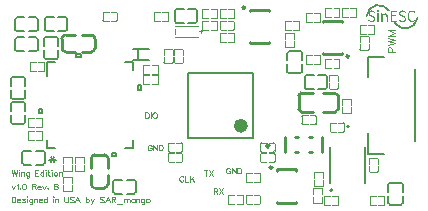
<source format=gto>
G04 Layer: TopSilkLayer*
G04 EasyEDA v6.4.4, 2020-08-18T00:36:11--7:00*
G04 995102e80ca04af79c8c3c359321127d,ec5ec94f42e349aabe65ed7a530a4b72,10*
G04 Gerber Generator version 0.2*
G04 Scale: 100 percent, Rotated: No, Reflected: No *
G04 Dimensions in millimeters *
G04 leading zeros omitted , absolute positions ,3 integer and 3 decimal *
%FSLAX33Y33*%
%MOMM*%
G90*
G71D02*

%ADD10C,0.254000*%
%ADD11C,0.150012*%
%ADD13C,0.100000*%
%ADD53C,0.130000*%
%ADD54C,0.127000*%
%ADD55C,0.152400*%
%ADD56C,0.129032*%
%ADD57C,0.200660*%
%ADD58C,0.199898*%
%ADD59C,0.599440*%
%ADD60C,0.248920*%
%ADD62C,0.124993*%
%ADD63C,0.150114*%

%LPD*%
G54D53*
G01X10649Y13499D02*
G01X11949Y13499D01*
G01X11020Y13470D02*
G01X11020Y12619D01*
G01X10649Y12599D02*
G01X11949Y12599D01*
G54D13*
G01X14149Y14799D02*
G01X14149Y15199D01*
G01X15399Y15449D02*
G01X14999Y15449D01*
G01X15399Y14549D02*
G01X14999Y14549D01*
G01X16349Y14851D02*
G01X16349Y15147D01*
G01X16499Y14999D02*
G01X16204Y14999D01*
G01X14999Y14549D02*
G01X14149Y14549D01*
G01X14999Y15449D02*
G01X14149Y15449D01*
G01X15399Y14549D02*
G01X16149Y14549D01*
G01X15399Y15449D02*
G01X16149Y15449D01*
G01X12400Y16679D02*
G01X12900Y16679D01*
G01X12400Y16679D02*
G01X12400Y15919D01*
G01X12400Y15919D02*
G01X12900Y15919D01*
G01X13100Y15919D02*
G01X13600Y15919D01*
G01X13600Y16679D02*
G01X13600Y15919D01*
G01X13100Y16679D02*
G01X13600Y16679D01*
G01X18501Y15119D02*
G01X18101Y15119D01*
G01X18001Y15199D02*
G01X18001Y15799D01*
G01X18501Y15879D02*
G01X18101Y15879D01*
G01X19101Y15879D02*
G01X18701Y15879D01*
G01X19101Y15119D02*
G01X18701Y15119D01*
G01X19201Y15199D02*
G01X19201Y15799D01*
G01X18081Y15119D02*
G01X18101Y15119D01*
G01X18081Y15879D02*
G01X18101Y15879D01*
G01X19121Y15119D02*
G01X19101Y15119D01*
G01X19121Y15879D02*
G01X19101Y15879D01*
G01X30578Y13900D02*
G01X30578Y13500D01*
G01X30498Y13400D02*
G01X29898Y13400D01*
G01X29818Y13900D02*
G01X29818Y13500D01*
G01X29818Y14500D02*
G01X29818Y14100D01*
G01X30578Y14500D02*
G01X30578Y14100D01*
G01X30498Y14600D02*
G01X29898Y14600D01*
G01X30578Y13480D02*
G01X30578Y13500D01*
G01X29818Y13480D02*
G01X29818Y13500D01*
G01X30578Y14520D02*
G01X30578Y14500D01*
G01X29818Y14520D02*
G01X29818Y14500D01*
G01X20700Y369D02*
G01X20300Y369D01*
G01X20200Y449D02*
G01X20200Y1049D01*
G01X20700Y1129D02*
G01X20300Y1129D01*
G01X21300Y1129D02*
G01X20900Y1129D01*
G01X21300Y369D02*
G01X20900Y369D01*
G01X21400Y449D02*
G01X21400Y1049D01*
G01X20280Y369D02*
G01X20300Y369D01*
G01X20280Y1129D02*
G01X20300Y1129D01*
G01X21320Y369D02*
G01X21300Y369D01*
G01X21320Y1129D02*
G01X21300Y1129D01*
G54D11*
G01X2019Y4900D02*
G01X1399Y4900D01*
G01X2379Y4900D02*
G01X2999Y4900D01*
G01X2379Y3700D02*
G01X2999Y3700D01*
G01X3149Y3900D02*
G01X3149Y4700D01*
G01X2019Y3700D02*
G01X1399Y3700D01*
G01X1249Y3900D02*
G01X1249Y4700D01*
G01X3149Y3850D02*
G01X3149Y3900D01*
G01X3149Y4750D02*
G01X3149Y4700D01*
G01X1249Y3850D02*
G01X1249Y3900D01*
G01X1249Y4750D02*
G01X1249Y4700D01*
G01X1420Y14500D02*
G01X799Y14500D01*
G01X1780Y14500D02*
G01X2399Y14500D01*
G01X1780Y13300D02*
G01X2399Y13300D01*
G01X2550Y13500D02*
G01X2550Y14299D01*
G01X1420Y13300D02*
G01X799Y13300D01*
G01X650Y13500D02*
G01X650Y14299D01*
G01X2550Y13450D02*
G01X2550Y13500D01*
G01X2550Y14349D02*
G01X2550Y14299D01*
G01X650Y13449D02*
G01X650Y13500D01*
G01X650Y14350D02*
G01X650Y14299D01*
G01X14920Y16900D02*
G01X14300Y16900D01*
G01X15280Y16900D02*
G01X15900Y16900D01*
G01X15280Y15700D02*
G01X15900Y15700D01*
G01X16050Y15900D02*
G01X16050Y16700D01*
G01X14920Y15700D02*
G01X14300Y15700D01*
G01X14150Y15900D02*
G01X14150Y16700D01*
G01X16050Y15850D02*
G01X16050Y15900D01*
G01X16050Y16750D02*
G01X16050Y16700D01*
G01X14150Y15850D02*
G01X14150Y15900D01*
G01X14150Y16750D02*
G01X14150Y16700D01*
G01X1498Y8280D02*
G01X1498Y8900D01*
G01X1498Y7919D02*
G01X1498Y7300D01*
G01X298Y7919D02*
G01X298Y7300D01*
G01X498Y7149D02*
G01X1298Y7149D01*
G01X298Y8280D02*
G01X298Y8900D01*
G01X498Y9050D02*
G01X1298Y9050D01*
G01X448Y7149D02*
G01X498Y7149D01*
G01X1348Y7149D02*
G01X1298Y7149D01*
G01X448Y9050D02*
G01X498Y9050D01*
G01X1348Y9050D02*
G01X1298Y9050D01*
G01X298Y10020D02*
G01X298Y9400D01*
G01X298Y10380D02*
G01X298Y11000D01*
G01X1498Y10380D02*
G01X1498Y11000D01*
G01X1298Y11150D02*
G01X498Y11150D01*
G01X1498Y10020D02*
G01X1498Y9400D01*
G01X1298Y9250D02*
G01X498Y9250D01*
G01X1348Y11150D02*
G01X1298Y11150D01*
G01X448Y11150D02*
G01X498Y11150D01*
G01X1348Y9250D02*
G01X1298Y9250D01*
G01X448Y9250D02*
G01X498Y9250D01*
G54D13*
G01X8750Y16629D02*
G01X9149Y16629D01*
G01X9250Y16549D02*
G01X9250Y15949D01*
G01X8750Y15869D02*
G01X9149Y15869D01*
G01X8149Y15869D02*
G01X8550Y15869D01*
G01X8149Y16629D02*
G01X8550Y16629D01*
G01X8049Y16549D02*
G01X8049Y15949D01*
G01X9170Y16629D02*
G01X9149Y16629D01*
G01X9170Y15869D02*
G01X9149Y15869D01*
G01X8129Y16629D02*
G01X8149Y16629D01*
G01X8129Y15869D02*
G01X8149Y15869D01*
G54D11*
G01X24900Y12579D02*
G01X24900Y13199D01*
G01X24900Y12219D02*
G01X24900Y11599D01*
G01X23699Y12219D02*
G01X23699Y11599D01*
G01X23899Y11449D02*
G01X24699Y11449D01*
G01X23699Y12579D02*
G01X23699Y13199D01*
G01X23899Y13349D02*
G01X24699Y13349D01*
G01X23850Y11449D02*
G01X23899Y11449D01*
G01X24749Y11449D02*
G01X24699Y11449D01*
G01X23849Y13349D02*
G01X23899Y13349D01*
G01X24750Y13349D02*
G01X24699Y13349D01*
G01X33450Y1429D02*
G01X33450Y2049D01*
G01X33450Y1069D02*
G01X33450Y449D01*
G01X32249Y1069D02*
G01X32249Y449D01*
G01X32449Y299D02*
G01X33249Y299D01*
G01X32249Y1429D02*
G01X32249Y2049D01*
G01X32449Y2199D02*
G01X33249Y2199D01*
G01X32400Y299D02*
G01X32449Y299D01*
G01X33299Y299D02*
G01X33249Y299D01*
G01X32399Y2199D02*
G01X32449Y2199D01*
G01X33300Y2199D02*
G01X33249Y2199D01*
G54D10*
G01X23449Y6099D02*
G01X23449Y4799D01*
G01X26649Y4799D02*
G01X26649Y6099D01*
G01X25767Y4799D02*
G01X25531Y4799D01*
G01X24568Y4799D02*
G01X24332Y4799D01*
G01X25767Y6099D02*
G01X25531Y6099D01*
G01X24568Y6099D02*
G01X24332Y6099D01*
G01X24412Y579D02*
G01X24412Y477D01*
G01X22787Y477D01*
G01X22787Y579D01*
G01X22787Y3220D02*
G01X22787Y3322D01*
G01X24412Y3322D01*
G01X24412Y3220D01*
G01X22112Y14079D02*
G01X22112Y13977D01*
G01X20487Y13977D01*
G01X20487Y14079D01*
G01X20487Y16720D02*
G01X20487Y16822D01*
G01X22112Y16822D01*
G01X22112Y16720D01*
G54D54*
G01X31894Y4625D02*
G01X30475Y4625D01*
G01X30475Y6390D01*
G01X31904Y12874D02*
G01X30475Y12874D01*
G01X30475Y11109D01*
G01X34524Y5710D02*
G01X34524Y11800D01*
G54D13*
G01X18000Y16880D02*
G01X18500Y16880D01*
G01X18000Y16880D02*
G01X18000Y16120D01*
G01X18000Y16120D02*
G01X18500Y16120D01*
G01X18700Y16120D02*
G01X19200Y16120D01*
G01X19200Y16880D02*
G01X19200Y16120D01*
G01X18700Y16880D02*
G01X19200Y16880D01*
G01X6480Y4399D02*
G01X6480Y3899D01*
G01X6480Y4399D02*
G01X5720Y4399D01*
G01X5720Y4399D02*
G01X5720Y3899D01*
G01X5720Y3699D02*
G01X5720Y3199D01*
G01X6480Y3199D02*
G01X5720Y3199D01*
G01X6480Y3699D02*
G01X6480Y3199D01*
G01X5480Y2699D02*
G01X5480Y2199D01*
G01X5480Y2699D02*
G01X4720Y2699D01*
G01X4720Y2699D02*
G01X4720Y2199D01*
G01X4720Y1999D02*
G01X4720Y1499D01*
G01X5480Y1499D02*
G01X4720Y1499D01*
G01X5480Y1999D02*
G01X5480Y1499D01*
G01X2899Y5820D02*
G01X2399Y5820D01*
G01X2899Y5820D02*
G01X2899Y6580D01*
G01X2899Y6580D02*
G01X2399Y6580D01*
G01X2199Y6580D02*
G01X1699Y6580D01*
G01X1699Y5820D02*
G01X1699Y6580D01*
G01X2199Y5820D02*
G01X1699Y5820D01*
G01X29080Y9300D02*
G01X29080Y8800D01*
G01X29080Y9300D02*
G01X28320Y9300D01*
G01X28320Y9300D02*
G01X28320Y8800D01*
G01X28320Y8600D02*
G01X28320Y8100D01*
G01X29080Y8100D02*
G01X28320Y8100D01*
G01X29080Y8600D02*
G01X29080Y8100D01*
G01X26729Y3099D02*
G01X26729Y2599D01*
G01X26729Y3099D02*
G01X25969Y3099D01*
G01X25969Y3099D02*
G01X25969Y2599D01*
G01X25969Y2399D02*
G01X25969Y1899D01*
G01X26729Y1899D02*
G01X25969Y1899D01*
G01X26729Y2399D02*
G01X26729Y1899D01*
G01X20199Y3029D02*
G01X20699Y3029D01*
G01X20199Y3029D02*
G01X20199Y2269D01*
G01X20199Y2269D02*
G01X20699Y2269D01*
G01X20899Y2269D02*
G01X21399Y2269D01*
G01X21399Y3029D02*
G01X21399Y2269D01*
G01X20899Y3029D02*
G01X21399Y3029D01*
G01X27999Y269D02*
G01X27499Y269D01*
G01X27999Y269D02*
G01X27999Y1029D01*
G01X27999Y1029D02*
G01X27499Y1029D01*
G01X27299Y1029D02*
G01X26799Y1029D01*
G01X26799Y269D02*
G01X26799Y1029D01*
G01X27299Y269D02*
G01X26799Y269D01*
G01X26629Y1699D02*
G01X26629Y1199D01*
G01X26629Y1699D02*
G01X25869Y1699D01*
G01X25869Y1699D02*
G01X25869Y1199D01*
G01X25869Y999D02*
G01X25869Y499D01*
G01X26629Y499D02*
G01X25869Y499D01*
G01X26629Y999D02*
G01X26629Y499D01*
G01X19899Y369D02*
G01X19399Y369D01*
G01X19899Y369D02*
G01X19899Y1129D01*
G01X19899Y1129D02*
G01X19399Y1129D01*
G01X19199Y1129D02*
G01X18699Y1129D01*
G01X18699Y369D02*
G01X18699Y1129D01*
G01X19199Y369D02*
G01X18699Y369D01*
G01X3099Y11619D02*
G01X2599Y11619D01*
G01X3099Y11619D02*
G01X3099Y12380D01*
G01X3099Y12380D02*
G01X2599Y12380D01*
G01X2399Y12380D02*
G01X1899Y12380D01*
G01X1899Y11619D02*
G01X1899Y12380D01*
G01X2399Y11619D02*
G01X1899Y11619D01*
G01X29499Y16219D02*
G01X28999Y16219D01*
G01X29499Y16219D02*
G01X29499Y16979D01*
G01X29499Y16979D02*
G01X28999Y16979D01*
G01X28799Y16979D02*
G01X28299Y16979D01*
G01X28299Y16219D02*
G01X28299Y16979D01*
G01X28799Y16219D02*
G01X28299Y16219D01*
G01X26899Y12629D02*
G01X27399Y12629D01*
G01X26899Y12629D02*
G01X26899Y11869D01*
G01X26899Y11869D02*
G01X27399Y11869D01*
G01X27599Y11869D02*
G01X28099Y11869D01*
G01X28099Y12629D02*
G01X28099Y11869D01*
G01X27599Y12629D02*
G01X28099Y12629D01*
G01X26899Y16979D02*
G01X27399Y16979D01*
G01X26899Y16979D02*
G01X26899Y16219D01*
G01X26899Y16219D02*
G01X27399Y16219D01*
G01X27599Y16219D02*
G01X28099Y16219D01*
G01X28099Y16979D02*
G01X28099Y16219D01*
G01X27599Y16979D02*
G01X28099Y16979D01*
G01X26449Y15819D02*
G01X25949Y15819D01*
G01X26449Y15819D02*
G01X26449Y16579D01*
G01X26449Y16579D02*
G01X25949Y16579D01*
G01X25749Y16579D02*
G01X25249Y16579D01*
G01X25249Y15819D02*
G01X25249Y16579D01*
G01X25749Y15819D02*
G01X25249Y15819D01*
G01X29849Y15579D02*
G01X30349Y15579D01*
G01X29849Y15579D02*
G01X29849Y14819D01*
G01X29849Y14819D02*
G01X30349Y14819D01*
G01X30549Y14819D02*
G01X31049Y14819D01*
G01X31049Y15579D02*
G01X31049Y14819D01*
G01X30549Y15579D02*
G01X31049Y15579D01*
G01X12699Y11419D02*
G01X12199Y11419D01*
G01X12699Y11419D02*
G01X12699Y12179D01*
G01X12699Y12179D02*
G01X12199Y12179D01*
G01X11999Y12179D02*
G01X11499Y12179D01*
G01X11499Y11419D02*
G01X11499Y12179D01*
G01X11999Y11419D02*
G01X11499Y11419D01*
G01X11499Y11279D02*
G01X11999Y11279D01*
G01X11499Y11279D02*
G01X11499Y10519D01*
G01X11499Y10519D02*
G01X11999Y10519D01*
G01X12199Y10519D02*
G01X12699Y10519D01*
G01X12699Y11279D02*
G01X12699Y10519D01*
G01X12199Y11279D02*
G01X12699Y11279D01*
G01X25249Y13029D02*
G01X25749Y13029D01*
G01X25249Y13029D02*
G01X25249Y12269D01*
G01X25249Y12269D02*
G01X25749Y12269D01*
G01X25949Y12269D02*
G01X26449Y12269D01*
G01X26449Y13029D02*
G01X26449Y12269D01*
G01X25949Y13029D02*
G01X26449Y13029D01*
G01X5480Y4399D02*
G01X5480Y3899D01*
G01X5480Y4399D02*
G01X4720Y4399D01*
G01X4720Y4399D02*
G01X4720Y3899D01*
G01X4720Y3699D02*
G01X4720Y3199D01*
G01X5480Y3199D02*
G01X4720Y3199D01*
G01X5480Y3699D02*
G01X5480Y3199D01*
G01X30699Y1029D02*
G01X31199Y1029D01*
G01X30699Y1029D02*
G01X30699Y269D01*
G01X30699Y269D02*
G01X31199Y269D01*
G01X31399Y269D02*
G01X31899Y269D01*
G01X31899Y1029D02*
G01X31899Y269D01*
G01X31399Y1029D02*
G01X31899Y1029D01*
G01X17700Y16120D02*
G01X17200Y16120D01*
G01X17700Y16120D02*
G01X17700Y16880D01*
G01X17700Y16880D02*
G01X17200Y16880D01*
G01X17000Y16880D02*
G01X16500Y16880D01*
G01X16500Y16120D02*
G01X16500Y16880D01*
G01X17000Y16120D02*
G01X16500Y16120D01*
G01X2899Y6920D02*
G01X2399Y6920D01*
G01X2899Y6920D02*
G01X2899Y7680D01*
G01X2899Y7680D02*
G01X2399Y7680D01*
G01X2199Y7680D02*
G01X1699Y7680D01*
G01X1699Y6920D02*
G01X1699Y7680D01*
G01X2199Y6920D02*
G01X1699Y6920D01*
G01X24700Y15119D02*
G01X24200Y15119D01*
G01X24700Y15119D02*
G01X24700Y15880D01*
G01X24700Y15880D02*
G01X24200Y15880D01*
G01X24000Y15880D02*
G01X23500Y15880D01*
G01X23500Y15119D02*
G01X23500Y15880D01*
G01X24000Y15119D02*
G01X23500Y15119D01*
G01X18000Y14880D02*
G01X18500Y14880D01*
G01X18000Y14880D02*
G01X18000Y14119D01*
G01X18000Y14119D02*
G01X18500Y14119D01*
G01X18700Y14119D02*
G01X19200Y14119D01*
G01X19200Y14880D02*
G01X19200Y14119D01*
G01X18700Y14880D02*
G01X19200Y14880D01*
G01X24279Y14849D02*
G01X24279Y14349D01*
G01X24279Y14849D02*
G01X23519Y14849D01*
G01X23519Y14849D02*
G01X23519Y14349D01*
G01X23519Y14149D02*
G01X23519Y13649D01*
G01X24279Y13649D02*
G01X23519Y13649D01*
G01X24279Y14149D02*
G01X24279Y13649D01*
G01X16500Y15880D02*
G01X17000Y15880D01*
G01X16500Y15880D02*
G01X16500Y15120D01*
G01X16500Y15120D02*
G01X17000Y15120D01*
G01X17200Y15120D02*
G01X17700Y15120D01*
G01X17700Y15880D02*
G01X17700Y15120D01*
G01X17200Y15880D02*
G01X17700Y15880D01*
G01X28000Y7280D02*
G01X28400Y7280D01*
G01X28500Y7200D02*
G01X28500Y6600D01*
G01X28000Y6520D02*
G01X28400Y6520D01*
G01X27400Y6520D02*
G01X27800Y6520D01*
G01X27400Y7280D02*
G01X27800Y7280D01*
G01X27299Y7200D02*
G01X27299Y6600D01*
G01X28420Y7280D02*
G01X28400Y7280D01*
G01X28420Y6520D02*
G01X28400Y6520D01*
G01X27379Y7280D02*
G01X27400Y7280D01*
G01X27380Y6520D02*
G01X27400Y6520D01*
G01X13980Y12799D02*
G01X13980Y12400D01*
G01X13900Y12299D02*
G01X13299Y12299D01*
G01X13219Y12799D02*
G01X13219Y12400D01*
G01X13219Y13399D02*
G01X13219Y12999D01*
G01X13980Y13399D02*
G01X13980Y12999D01*
G01X13900Y13500D02*
G01X13299Y13500D01*
G01X13980Y12379D02*
G01X13980Y12400D01*
G01X13219Y12379D02*
G01X13219Y12400D01*
G01X13980Y13420D02*
G01X13980Y13399D01*
G01X13219Y13420D02*
G01X13219Y13399D01*
G01X14880Y12799D02*
G01X14880Y12400D01*
G01X14800Y12299D02*
G01X14199Y12299D01*
G01X14119Y12799D02*
G01X14119Y12400D01*
G01X14119Y13399D02*
G01X14119Y12999D01*
G01X14880Y13399D02*
G01X14880Y12999D01*
G01X14800Y13500D02*
G01X14199Y13500D01*
G01X14880Y12379D02*
G01X14880Y12400D01*
G01X14119Y12379D02*
G01X14119Y12400D01*
G01X14880Y13420D02*
G01X14880Y13399D01*
G01X14119Y13420D02*
G01X14119Y13399D01*
G01X22100Y4680D02*
G01X22500Y4680D01*
G01X22600Y4600D02*
G01X22600Y3999D01*
G01X22100Y3919D02*
G01X22500Y3919D01*
G01X21500Y3919D02*
G01X21900Y3919D01*
G01X21500Y4680D02*
G01X21900Y4680D01*
G01X21399Y4600D02*
G01X21399Y3999D01*
G01X22520Y4680D02*
G01X22500Y4680D01*
G01X22520Y3919D02*
G01X22500Y3919D01*
G01X21479Y4680D02*
G01X21500Y4680D01*
G01X21479Y3919D02*
G01X21500Y3919D01*
G01X21899Y4820D02*
G01X21500Y4820D01*
G01X21399Y4899D02*
G01X21399Y5500D01*
G01X21899Y5580D02*
G01X21500Y5580D01*
G01X22500Y5580D02*
G01X22099Y5580D01*
G01X22500Y4820D02*
G01X22099Y4820D01*
G01X22600Y4899D02*
G01X22600Y5500D01*
G01X21479Y4820D02*
G01X21500Y4820D01*
G01X21479Y5580D02*
G01X21500Y5580D01*
G01X22520Y4820D02*
G01X22500Y4820D01*
G01X22520Y5580D02*
G01X22500Y5580D01*
G01X14300Y4680D02*
G01X14699Y4680D01*
G01X14800Y4600D02*
G01X14800Y3999D01*
G01X14300Y3919D02*
G01X14699Y3919D01*
G01X13699Y3919D02*
G01X14100Y3919D01*
G01X13699Y4680D02*
G01X14100Y4680D01*
G01X13599Y4600D02*
G01X13599Y3999D01*
G01X14720Y4680D02*
G01X14699Y4680D01*
G01X14720Y3919D02*
G01X14699Y3919D01*
G01X13679Y4680D02*
G01X13699Y4680D01*
G01X13679Y3919D02*
G01X13699Y3919D01*
G54D10*
G01X6288Y14697D02*
G01X7088Y14697D01*
G01X7398Y13588D02*
G01X7398Y14388D01*
G01X6288Y13278D02*
G01X7088Y13278D01*
G01X5712Y14703D02*
G01X4912Y14703D01*
G01X5712Y13284D02*
G01X4912Y13284D01*
G01X4603Y13594D02*
G01X4603Y14394D01*
G54D11*
G01X4300Y13779D02*
G01X4300Y14399D01*
G01X4300Y13419D02*
G01X4300Y12799D01*
G01X3100Y13419D02*
G01X3100Y12799D01*
G01X3300Y12649D02*
G01X4099Y12649D01*
G01X3100Y13779D02*
G01X3100Y14399D01*
G01X3300Y14549D02*
G01X4099Y14549D01*
G01X3250Y12649D02*
G01X3300Y12649D01*
G01X4149Y12649D02*
G01X4099Y12649D01*
G01X3249Y14549D02*
G01X3300Y14549D01*
G01X4150Y14549D02*
G01X4099Y14549D01*
G01X3920Y16200D02*
G01X3299Y16200D01*
G01X4280Y16200D02*
G01X4899Y16200D01*
G01X4280Y15000D02*
G01X4899Y15000D01*
G01X5050Y15200D02*
G01X5050Y16000D01*
G01X3920Y15000D02*
G01X3299Y15000D01*
G01X3150Y15200D02*
G01X3150Y16000D01*
G01X5050Y15150D02*
G01X5050Y15200D01*
G01X5050Y16050D02*
G01X5050Y16000D01*
G01X3150Y15150D02*
G01X3150Y15200D01*
G01X3150Y16050D02*
G01X3150Y16000D01*
G54D13*
G01X14300Y5580D02*
G01X14699Y5580D01*
G01X14800Y5500D02*
G01X14800Y4900D01*
G01X14300Y4820D02*
G01X14699Y4820D01*
G01X13699Y4820D02*
G01X14100Y4820D01*
G01X13699Y5580D02*
G01X14100Y5580D01*
G01X13599Y5500D02*
G01X13599Y4900D01*
G01X14720Y5580D02*
G01X14699Y5580D01*
G01X14720Y4820D02*
G01X14699Y4820D01*
G01X13679Y5580D02*
G01X13699Y5580D01*
G01X13679Y4820D02*
G01X13699Y4820D01*
G54D10*
G01X24649Y8399D02*
G01X24649Y9599D01*
G01X26699Y8199D02*
G01X27699Y8199D01*
G01X26699Y9800D02*
G01X27699Y9800D01*
G01X25899Y8199D02*
G01X24899Y8199D01*
G01X25899Y9800D02*
G01X24899Y9800D01*
G01X27949Y8399D02*
G01X27949Y9599D01*
G01X27749Y8199D02*
G01X27699Y8199D01*
G01X27749Y9800D02*
G01X27699Y9800D01*
G01X24849Y8199D02*
G01X24899Y8199D01*
G01X24849Y9800D02*
G01X24899Y9800D01*
G54D13*
G01X27220Y10800D02*
G01X27220Y11200D01*
G01X27299Y11300D02*
G01X27900Y11300D01*
G01X27980Y10800D02*
G01X27980Y11200D01*
G01X27980Y10200D02*
G01X27980Y10600D01*
G01X27220Y10200D02*
G01X27220Y10600D01*
G01X27299Y10099D02*
G01X27900Y10099D01*
G01X27220Y11220D02*
G01X27220Y11200D01*
G01X27980Y11220D02*
G01X27980Y11200D01*
G01X27220Y10179D02*
G01X27220Y10200D01*
G01X27980Y10179D02*
G01X27980Y10200D01*
G54D11*
G01X25920Y11300D02*
G01X25300Y11300D01*
G01X26280Y11300D02*
G01X26900Y11300D01*
G01X26280Y10100D02*
G01X26900Y10100D01*
G01X27050Y10300D02*
G01X27050Y11100D01*
G01X25920Y10100D02*
G01X25300Y10100D01*
G01X25150Y10300D02*
G01X25150Y11100D01*
G01X27050Y10250D02*
G01X27050Y10300D01*
G01X27050Y11149D02*
G01X27050Y11100D01*
G01X25150Y10249D02*
G01X25150Y10300D01*
G01X25150Y11150D02*
G01X25150Y11100D01*
G54D13*
G01X25399Y7120D02*
G01X25000Y7120D01*
G01X24899Y7199D02*
G01X24899Y7800D01*
G01X25399Y7880D02*
G01X25000Y7880D01*
G01X25999Y7880D02*
G01X25599Y7880D01*
G01X25999Y7120D02*
G01X25599Y7120D01*
G01X26100Y7199D02*
G01X26100Y7800D01*
G01X24979Y7120D02*
G01X25000Y7120D01*
G01X24979Y7880D02*
G01X25000Y7880D01*
G01X26020Y7120D02*
G01X25999Y7120D01*
G01X26020Y7880D02*
G01X25999Y7880D01*
G01X30620Y3800D02*
G01X30620Y4199D01*
G01X30699Y4300D02*
G01X31300Y4300D01*
G01X31380Y3800D02*
G01X31380Y4199D01*
G01X31380Y3199D02*
G01X31380Y3600D01*
G01X30620Y3199D02*
G01X30620Y3600D01*
G01X30699Y3099D02*
G01X31300Y3099D01*
G01X30620Y4220D02*
G01X30620Y4199D01*
G01X31380Y4220D02*
G01X31380Y4199D01*
G01X30620Y3179D02*
G01X30620Y3199D01*
G01X31380Y3179D02*
G01X31380Y3199D01*
G54D11*
G01X9720Y2450D02*
G01X9099Y2450D01*
G01X10080Y2450D02*
G01X10699Y2450D01*
G01X10080Y1250D02*
G01X10699Y1250D01*
G01X10850Y1450D02*
G01X10850Y2249D01*
G01X9720Y1250D02*
G01X9099Y1250D01*
G01X8950Y1450D02*
G01X8950Y2249D01*
G01X10850Y1400D02*
G01X10850Y1450D01*
G01X10850Y2299D02*
G01X10850Y2249D01*
G01X8950Y1399D02*
G01X8950Y1450D01*
G01X8950Y2300D02*
G01X8950Y2249D01*
G54D10*
G01X8497Y2861D02*
G01X8497Y2061D01*
G01X7388Y1751D02*
G01X8188Y1751D01*
G01X7078Y2861D02*
G01X7078Y2061D01*
G01X8503Y3437D02*
G01X8503Y4237D01*
G01X7084Y3437D02*
G01X7084Y4237D01*
G01X7393Y4546D02*
G01X8194Y4546D01*
G54D11*
G01X1779Y14999D02*
G01X2399Y14999D01*
G01X1419Y14999D02*
G01X799Y14999D01*
G01X1419Y16199D02*
G01X799Y16199D01*
G01X649Y15999D02*
G01X649Y15200D01*
G01X1779Y16199D02*
G01X2399Y16199D01*
G01X2549Y15999D02*
G01X2549Y15200D01*
G01X649Y16049D02*
G01X649Y15999D01*
G01X649Y15150D02*
G01X649Y15200D01*
G01X2549Y16050D02*
G01X2549Y15999D01*
G01X2549Y15149D02*
G01X2549Y15200D01*
G54D55*
G01X9959Y5117D02*
G01X10632Y5117D01*
G01X10632Y5790D01*
G01X10632Y11709D02*
G01X10632Y12382D01*
G01X9959Y12382D01*
G01X4040Y12382D02*
G01X3367Y12382D01*
G01X3367Y11209D01*
G01X3367Y5790D02*
G01X3367Y5117D01*
G01X4040Y5117D01*
G01X8809Y4436D02*
G01X9190Y4436D01*
G01X9190Y4690D01*
G01X8809Y4690D01*
G01X8809Y4436D01*
G01X11059Y10059D02*
G01X11313Y10059D01*
G01X11313Y10440D01*
G01X11059Y10440D01*
G01X11059Y10059D01*
G01X5809Y13063D02*
G01X6190Y13063D01*
G01X6190Y12809D01*
G01X5809Y12809D01*
G01X5809Y13063D01*
G01X2940Y8059D02*
G01X2686Y8059D01*
G01X2686Y8440D01*
G01X2940Y8440D01*
G01X2940Y8059D01*
G54D56*
G01X27300Y2199D02*
G01X27300Y5199D01*
G01X30300Y5199D02*
G01X30300Y2199D01*
G54D57*
G01X15249Y5999D02*
G01X15249Y11500D01*
G01X20750Y11500D01*
G01X20750Y5999D01*
G01X20750Y5999D02*
G01X15249Y5999D01*
G54D10*
G01X26687Y15820D02*
G01X26687Y15922D01*
G01X28312Y15922D01*
G01X28312Y15820D01*
G01X28312Y13179D02*
G01X28312Y13077D01*
G01X26687Y13077D01*
G01X26687Y13179D01*

%LPD*%
G36*
G01X31392Y16800D02*
G01X31364Y16805D01*
G01X31335Y16800D01*
G01X31312Y16786D01*
G01X31298Y16764D01*
G01X31293Y16736D01*
G01X31298Y16706D01*
G01X31312Y16682D01*
G01X31335Y16667D01*
G01X31364Y16662D01*
G01X31392Y16667D01*
G01X31415Y16682D01*
G01X31430Y16706D01*
G01X31435Y16736D01*
G01X31430Y16764D01*
G01X31415Y16786D01*
G01X31392Y16800D01*
G37*

%LPD*%
G36*
G01X32962Y16759D02*
G01X32431Y16759D01*
G01X32431Y15829D01*
G01X32974Y15829D01*
G01X32974Y15918D01*
G01X32537Y15918D01*
G01X32537Y16276D01*
G01X32893Y16276D01*
G01X32893Y16365D01*
G01X32537Y16365D01*
G01X32537Y16670D01*
G01X32962Y16670D01*
G01X32962Y16759D01*
G37*

%LPD*%
G36*
G01X32033Y16529D02*
G01X31984Y16533D01*
G01X31916Y16524D01*
G01X31857Y16498D01*
G01X31802Y16460D01*
G01X31750Y16413D01*
G01X31747Y16413D01*
G01X31737Y16515D01*
G01X31653Y16515D01*
G01X31653Y15829D01*
G01X31758Y15829D01*
G01X31758Y16330D01*
G01X31808Y16378D01*
G01X31854Y16413D01*
G01X31901Y16434D01*
G01X31951Y16441D01*
G01X32013Y16430D01*
G01X32056Y16396D01*
G01X32080Y16337D01*
G01X32088Y16251D01*
G01X32088Y15829D01*
G01X32192Y15829D01*
G01X32192Y16266D01*
G01X32189Y16328D01*
G01X32180Y16382D01*
G01X32164Y16428D01*
G01X32141Y16465D01*
G01X32112Y16495D01*
G01X32076Y16516D01*
G01X32033Y16529D01*
G37*

%LPD*%
G36*
G01X31415Y16515D02*
G01X31313Y16515D01*
G01X31313Y15829D01*
G01X31415Y15829D01*
G01X31415Y16515D01*
G37*

%LPD*%
G36*
G01X34358Y16765D02*
G01X34277Y16774D01*
G01X34220Y16771D01*
G01X34166Y16759D01*
G01X34115Y16742D01*
G01X34068Y16717D01*
G01X34025Y16685D01*
G01X33987Y16647D01*
G01X33953Y16602D01*
G01X33924Y16552D01*
G01X33902Y16496D01*
G01X33885Y16434D01*
G01X33874Y16367D01*
G01X33871Y16294D01*
G01X33874Y16221D01*
G01X33885Y16153D01*
G01X33901Y16091D01*
G01X33924Y16035D01*
G01X33952Y15984D01*
G01X33985Y15940D01*
G01X34023Y15901D01*
G01X34065Y15869D01*
G01X34111Y15845D01*
G01X34161Y15826D01*
G01X34214Y15816D01*
G01X34270Y15812D01*
G01X34356Y15821D01*
G01X34430Y15847D01*
G01X34495Y15889D01*
G01X34552Y15946D01*
G01X34496Y16012D01*
G01X34448Y15967D01*
G01X34396Y15933D01*
G01X34338Y15913D01*
G01X34275Y15905D01*
G01X34210Y15913D01*
G01X34151Y15933D01*
G01X34101Y15966D01*
G01X34058Y16011D01*
G01X34023Y16067D01*
G01X33998Y16134D01*
G01X33983Y16211D01*
G01X33978Y16297D01*
G01X33983Y16382D01*
G01X33999Y16458D01*
G01X34025Y16524D01*
G01X34060Y16580D01*
G01X34104Y16624D01*
G01X34154Y16656D01*
G01X34213Y16676D01*
G01X34277Y16683D01*
G01X34337Y16677D01*
G01X34389Y16658D01*
G01X34434Y16630D01*
G01X34473Y16594D01*
G01X34531Y16662D01*
G01X34486Y16705D01*
G01X34427Y16741D01*
G01X34358Y16765D01*
G37*

%LPD*%
G36*
G01X33517Y16766D02*
G01X33437Y16774D01*
G01X33377Y16770D01*
G01X33322Y16756D01*
G01X33274Y16735D01*
G01X33231Y16706D01*
G01X33197Y16671D01*
G01X33171Y16630D01*
G01X33155Y16584D01*
G01X33150Y16533D01*
G01X33167Y16444D01*
G01X33212Y16379D01*
G01X33272Y16331D01*
G01X33338Y16297D01*
G01X33472Y16238D01*
G01X33536Y16208D01*
G01X33586Y16174D01*
G01X33620Y16129D01*
G01X33632Y16066D01*
G01X33618Y16000D01*
G01X33578Y15950D01*
G01X33514Y15917D01*
G01X33429Y15905D01*
G01X33356Y15914D01*
G01X33287Y15937D01*
G01X33223Y15974D01*
G01X33167Y16022D01*
G01X33104Y15951D01*
G01X33170Y15893D01*
G01X33246Y15849D01*
G01X33332Y15821D01*
G01X33426Y15812D01*
G01X33495Y15817D01*
G01X33557Y15832D01*
G01X33610Y15856D01*
G01X33655Y15888D01*
G01X33691Y15927D01*
G01X33717Y15972D01*
G01X33733Y16020D01*
G01X33739Y16073D01*
G01X33724Y16165D01*
G01X33682Y16233D01*
G01X33621Y16284D01*
G01X33546Y16322D01*
G01X33411Y16378D01*
G01X33357Y16403D01*
G01X33307Y16436D01*
G01X33270Y16480D01*
G01X33256Y16540D01*
G01X33269Y16599D01*
G01X33307Y16644D01*
G01X33363Y16673D01*
G01X33437Y16683D01*
G01X33500Y16677D01*
G01X33556Y16658D01*
G01X33607Y16630D01*
G01X33652Y16594D01*
G01X33706Y16662D01*
G01X33653Y16708D01*
G01X33589Y16743D01*
G01X33517Y16766D01*
G37*

%LPD*%
G36*
G01X30913Y16766D02*
G01X30833Y16774D01*
G01X30774Y16770D01*
G01X30719Y16756D01*
G01X30670Y16735D01*
G01X30628Y16706D01*
G01X30593Y16671D01*
G01X30568Y16630D01*
G01X30552Y16584D01*
G01X30546Y16533D01*
G01X30563Y16444D01*
G01X30608Y16379D01*
G01X30668Y16331D01*
G01X30734Y16297D01*
G01X30869Y16238D01*
G01X30932Y16208D01*
G01X30983Y16174D01*
G01X31016Y16129D01*
G01X31029Y16066D01*
G01X31015Y16000D01*
G01X30975Y15950D01*
G01X30911Y15917D01*
G01X30825Y15905D01*
G01X30753Y15914D01*
G01X30683Y15937D01*
G01X30620Y15974D01*
G01X30564Y16022D01*
G01X30500Y15951D01*
G01X30566Y15893D01*
G01X30643Y15849D01*
G01X30728Y15821D01*
G01X30823Y15812D01*
G01X30892Y15817D01*
G01X30953Y15832D01*
G01X31007Y15856D01*
G01X31052Y15888D01*
G01X31088Y15927D01*
G01X31114Y15972D01*
G01X31130Y16020D01*
G01X31135Y16073D01*
G01X31120Y16165D01*
G01X31079Y16233D01*
G01X31017Y16284D01*
G01X30942Y16322D01*
G01X30808Y16378D01*
G01X30754Y16403D01*
G01X30704Y16436D01*
G01X30667Y16480D01*
G01X30653Y16540D01*
G01X30666Y16599D01*
G01X30703Y16644D01*
G01X30760Y16673D01*
G01X30833Y16683D01*
G01X30896Y16677D01*
G01X30952Y16658D01*
G01X31003Y16630D01*
G01X31049Y16594D01*
G01X31102Y16662D01*
G01X31049Y16708D01*
G01X30986Y16743D01*
G01X30913Y16766D01*
G37*

%LPD*%
G54D13*
G01X350Y3255D02*
G01X464Y2778D01*
G01X576Y3255D02*
G01X464Y2778D01*
G01X576Y3255D02*
G01X690Y2778D01*
G01X805Y3255D02*
G01X690Y2778D01*
G01X954Y3255D02*
G01X977Y3232D01*
G01X1000Y3255D01*
G01X977Y3278D01*
G01X954Y3255D01*
G01X977Y3095D02*
G01X977Y2778D01*
G01X1150Y3095D02*
G01X1150Y2778D01*
G01X1150Y3004D02*
G01X1219Y3072D01*
G01X1264Y3095D01*
G01X1330Y3095D01*
G01X1376Y3072D01*
G01X1399Y3004D01*
G01X1399Y2778D01*
G01X1823Y3095D02*
G01X1823Y2732D01*
G01X1800Y2663D01*
G01X1777Y2640D01*
G01X1732Y2618D01*
G01X1663Y2618D01*
G01X1617Y2640D01*
G01X1823Y3027D02*
G01X1777Y3072D01*
G01X1732Y3095D01*
G01X1663Y3095D01*
G01X1617Y3072D01*
G01X1572Y3027D01*
G01X1549Y2958D01*
G01X1549Y2912D01*
G01X1572Y2846D01*
G01X1617Y2800D01*
G01X1663Y2778D01*
G01X1732Y2778D01*
G01X1777Y2800D01*
G01X1823Y2846D01*
G01X2323Y3255D02*
G01X2323Y2778D01*
G01X2323Y3255D02*
G01X2618Y3255D01*
G01X2323Y3027D02*
G01X2504Y3027D01*
G01X2323Y2778D02*
G01X2618Y2778D01*
G01X3040Y3255D02*
G01X3040Y2778D01*
G01X3040Y3027D02*
G01X2994Y3072D01*
G01X2948Y3095D01*
G01X2882Y3095D01*
G01X2837Y3072D01*
G01X2791Y3027D01*
G01X2768Y2958D01*
G01X2768Y2912D01*
G01X2791Y2846D01*
G01X2837Y2800D01*
G01X2882Y2778D01*
G01X2948Y2778D01*
G01X2994Y2800D01*
G01X3040Y2846D01*
G01X3190Y3255D02*
G01X3212Y3232D01*
G01X3235Y3255D01*
G01X3212Y3278D01*
G01X3190Y3255D01*
G01X3212Y3095D02*
G01X3212Y2778D01*
G01X3454Y3255D02*
G01X3454Y2866D01*
G01X3477Y2800D01*
G01X3522Y2778D01*
G01X3568Y2778D01*
G01X3385Y3095D02*
G01X3545Y3095D01*
G01X3718Y3255D02*
G01X3741Y3232D01*
G01X3764Y3255D01*
G01X3741Y3278D01*
G01X3718Y3255D01*
G01X3741Y3095D02*
G01X3741Y2778D01*
G01X4028Y3095D02*
G01X3982Y3072D01*
G01X3936Y3027D01*
G01X3914Y2958D01*
G01X3914Y2912D01*
G01X3936Y2846D01*
G01X3982Y2800D01*
G01X4028Y2778D01*
G01X4094Y2778D01*
G01X4140Y2800D01*
G01X4185Y2846D01*
G01X4208Y2912D01*
G01X4208Y2958D01*
G01X4185Y3027D01*
G01X4140Y3072D01*
G01X4094Y3095D01*
G01X4028Y3095D01*
G01X4358Y3095D02*
G01X4358Y2778D01*
G01X4358Y3004D02*
G01X4427Y3072D01*
G01X4472Y3095D01*
G01X4541Y3095D01*
G01X4587Y3072D01*
G01X4609Y3004D01*
G01X4609Y2778D01*
G54D62*
G01X32193Y13249D02*
G01X32813Y13249D01*
G01X32193Y13249D02*
G01X32193Y13516D01*
G01X32224Y13605D01*
G01X32251Y13633D01*
G01X32312Y13663D01*
G01X32401Y13663D01*
G01X32460Y13633D01*
G01X32490Y13605D01*
G01X32518Y13516D01*
G01X32518Y13249D01*
G01X32193Y13859D02*
G01X32813Y14006D01*
G01X32193Y14154D02*
G01X32813Y14006D01*
G01X32193Y14154D02*
G01X32813Y14301D01*
G01X32193Y14448D02*
G01X32813Y14301D01*
G01X32193Y14644D02*
G01X32813Y14644D01*
G01X32193Y14644D02*
G01X32813Y14880D01*
G01X32193Y15116D02*
G01X32813Y14880D01*
G01X32193Y15116D02*
G01X32813Y15116D01*
G54D13*
G01X349Y1944D02*
G01X486Y1627D01*
G01X623Y1944D02*
G01X486Y1627D01*
G01X773Y2013D02*
G01X819Y2036D01*
G01X887Y2104D01*
G01X887Y1627D01*
G01X1060Y1741D02*
G01X1037Y1718D01*
G01X1060Y1695D01*
G01X1080Y1718D01*
G01X1060Y1741D01*
G01X1367Y2104D02*
G01X1299Y2081D01*
G01X1253Y2013D01*
G01X1233Y1899D01*
G01X1233Y1833D01*
G01X1253Y1718D01*
G01X1299Y1650D01*
G01X1367Y1627D01*
G01X1413Y1627D01*
G01X1481Y1650D01*
G01X1527Y1718D01*
G01X1550Y1833D01*
G01X1550Y1899D01*
G01X1527Y2013D01*
G01X1481Y2081D01*
G01X1413Y2104D01*
G01X1367Y2104D01*
G01X2050Y2104D02*
G01X2050Y1627D01*
G01X2050Y2104D02*
G01X2254Y2104D01*
G01X2322Y2081D01*
G01X2345Y2059D01*
G01X2368Y2013D01*
G01X2368Y1967D01*
G01X2345Y1921D01*
G01X2322Y1899D01*
G01X2254Y1876D01*
G01X2050Y1876D01*
G01X2208Y1876D02*
G01X2368Y1627D01*
G01X2518Y1810D02*
G01X2790Y1810D01*
G01X2790Y1853D01*
G01X2767Y1899D01*
G01X2744Y1921D01*
G01X2701Y1944D01*
G01X2632Y1944D01*
G01X2586Y1921D01*
G01X2541Y1876D01*
G01X2518Y1810D01*
G01X2518Y1764D01*
G01X2541Y1695D01*
G01X2586Y1650D01*
G01X2632Y1627D01*
G01X2701Y1627D01*
G01X2744Y1650D01*
G01X2790Y1695D01*
G01X2939Y1944D02*
G01X3077Y1627D01*
G01X3214Y1944D02*
G01X3077Y1627D01*
G01X3386Y1741D02*
G01X3364Y1718D01*
G01X3386Y1695D01*
G01X3409Y1718D01*
G01X3386Y1741D01*
G01X3910Y2104D02*
G01X3910Y1627D01*
G01X3910Y2104D02*
G01X4113Y2104D01*
G01X4181Y2081D01*
G01X4204Y2059D01*
G01X4227Y2013D01*
G01X4227Y1967D01*
G01X4204Y1921D01*
G01X4181Y1899D01*
G01X4113Y1876D01*
G01X3910Y1876D02*
G01X4113Y1876D01*
G01X4181Y1853D01*
G01X4204Y1833D01*
G01X4227Y1787D01*
G01X4227Y1718D01*
G01X4204Y1673D01*
G01X4181Y1650D01*
G01X4113Y1627D01*
G01X3910Y1627D01*
G01X350Y1003D02*
G01X350Y528D01*
G01X350Y1003D02*
G01X507Y1003D01*
G01X576Y982D01*
G01X622Y937D01*
G01X645Y891D01*
G01X667Y822D01*
G01X667Y708D01*
G01X645Y640D01*
G01X622Y594D01*
G01X576Y551D01*
G01X507Y528D01*
G01X350Y528D01*
G01X817Y708D02*
G01X1092Y708D01*
G01X1092Y754D01*
G01X1069Y800D01*
G01X1046Y822D01*
G01X1000Y845D01*
G01X932Y845D01*
G01X886Y822D01*
G01X840Y777D01*
G01X817Y708D01*
G01X817Y662D01*
G01X840Y594D01*
G01X886Y551D01*
G01X932Y528D01*
G01X1000Y528D01*
G01X1046Y551D01*
G01X1092Y594D01*
G01X1490Y777D02*
G01X1467Y822D01*
G01X1399Y845D01*
G01X1330Y845D01*
G01X1264Y822D01*
G01X1241Y777D01*
G01X1264Y731D01*
G01X1307Y708D01*
G01X1422Y685D01*
G01X1467Y662D01*
G01X1490Y617D01*
G01X1490Y594D01*
G01X1467Y551D01*
G01X1399Y528D01*
G01X1330Y528D01*
G01X1264Y551D01*
G01X1241Y594D01*
G01X1640Y1003D02*
G01X1663Y982D01*
G01X1686Y1003D01*
G01X1663Y1026D01*
G01X1640Y1003D01*
G01X1663Y845D02*
G01X1663Y528D01*
G01X2108Y845D02*
G01X2108Y482D01*
G01X2085Y414D01*
G01X2064Y391D01*
G01X2019Y368D01*
G01X1950Y368D01*
G01X1904Y391D01*
G01X2108Y777D02*
G01X2064Y822D01*
G01X2019Y845D01*
G01X1950Y845D01*
G01X1904Y822D01*
G01X1859Y777D01*
G01X1836Y708D01*
G01X1836Y662D01*
G01X1859Y594D01*
G01X1904Y551D01*
G01X1950Y528D01*
G01X2019Y528D01*
G01X2064Y551D01*
G01X2108Y594D01*
G01X2257Y845D02*
G01X2257Y528D01*
G01X2257Y754D02*
G01X2326Y822D01*
G01X2372Y845D01*
G01X2440Y845D01*
G01X2486Y822D01*
G01X2509Y754D01*
G01X2509Y528D01*
G01X2659Y708D02*
G01X2931Y708D01*
G01X2931Y754D01*
G01X2908Y800D01*
G01X2885Y822D01*
G01X2842Y845D01*
G01X2773Y845D01*
G01X2727Y822D01*
G01X2682Y777D01*
G01X2659Y708D01*
G01X2659Y662D01*
G01X2682Y594D01*
G01X2727Y551D01*
G01X2773Y528D01*
G01X2842Y528D01*
G01X2885Y551D01*
G01X2931Y594D01*
G01X3355Y1003D02*
G01X3355Y528D01*
G01X3355Y777D02*
G01X3309Y822D01*
G01X3263Y845D01*
G01X3195Y845D01*
G01X3149Y822D01*
G01X3103Y777D01*
G01X3080Y708D01*
G01X3080Y662D01*
G01X3103Y594D01*
G01X3149Y551D01*
G01X3195Y528D01*
G01X3263Y528D01*
G01X3309Y551D01*
G01X3355Y594D01*
G01X3855Y1003D02*
G01X3878Y982D01*
G01X3898Y1003D01*
G01X3878Y1026D01*
G01X3855Y1003D01*
G01X3878Y845D02*
G01X3878Y528D01*
G01X4051Y845D02*
G01X4051Y528D01*
G01X4051Y754D02*
G01X4117Y822D01*
G01X4162Y845D01*
G01X4231Y845D01*
G01X4277Y822D01*
G01X4300Y754D01*
G01X4300Y528D01*
G01X4800Y1003D02*
G01X4800Y662D01*
G01X4823Y594D01*
G01X4869Y551D01*
G01X4937Y528D01*
G01X4980Y528D01*
G01X5049Y551D01*
G01X5095Y594D01*
G01X5117Y662D01*
G01X5117Y1003D01*
G01X5585Y937D02*
G01X5542Y982D01*
G01X5473Y1003D01*
G01X5382Y1003D01*
G01X5313Y982D01*
G01X5267Y937D01*
G01X5267Y891D01*
G01X5290Y845D01*
G01X5313Y822D01*
G01X5359Y800D01*
G01X5496Y754D01*
G01X5542Y731D01*
G01X5562Y708D01*
G01X5585Y662D01*
G01X5585Y594D01*
G01X5542Y551D01*
G01X5473Y528D01*
G01X5382Y528D01*
G01X5313Y551D01*
G01X5267Y594D01*
G01X5918Y1003D02*
G01X5735Y528D01*
G01X5918Y1003D02*
G01X6100Y528D01*
G01X5803Y685D02*
G01X6032Y685D01*
G01X6598Y1003D02*
G01X6598Y528D01*
G01X6598Y777D02*
G01X6644Y822D01*
G01X6690Y845D01*
G01X6758Y845D01*
G01X6804Y822D01*
G01X6850Y777D01*
G01X6873Y708D01*
G01X6873Y662D01*
G01X6850Y594D01*
G01X6804Y551D01*
G01X6758Y528D01*
G01X6690Y528D01*
G01X6644Y551D01*
G01X6598Y594D01*
G01X7045Y845D02*
G01X7182Y528D01*
G01X7317Y845D02*
G01X7182Y528D01*
G01X7137Y436D01*
G01X7091Y391D01*
G01X7045Y368D01*
G01X7022Y368D01*
G01X8135Y937D02*
G01X8089Y982D01*
G01X8023Y1003D01*
G01X7932Y1003D01*
G01X7863Y982D01*
G01X7817Y937D01*
G01X7817Y891D01*
G01X7840Y845D01*
G01X7863Y822D01*
G01X7909Y800D01*
G01X8046Y754D01*
G01X8089Y731D01*
G01X8112Y708D01*
G01X8135Y662D01*
G01X8135Y594D01*
G01X8089Y551D01*
G01X8023Y528D01*
G01X7932Y528D01*
G01X7863Y551D01*
G01X7817Y594D01*
G01X8468Y1003D02*
G01X8285Y528D01*
G01X8468Y1003D02*
G01X8651Y528D01*
G01X8353Y685D02*
G01X8582Y685D01*
G01X8800Y1003D02*
G01X8800Y528D01*
G01X8800Y1003D02*
G01X9004Y1003D01*
G01X9072Y982D01*
G01X9095Y960D01*
G01X9118Y914D01*
G01X9118Y868D01*
G01X9095Y822D01*
G01X9072Y800D01*
G01X9004Y777D01*
G01X8800Y777D01*
G01X8958Y777D02*
G01X9118Y528D01*
G01X9268Y368D02*
G01X9677Y368D01*
G01X9827Y845D02*
G01X9827Y528D01*
G01X9827Y754D02*
G01X9895Y822D01*
G01X9941Y845D01*
G01X10010Y845D01*
G01X10055Y822D01*
G01X10076Y754D01*
G01X10076Y528D01*
G01X10076Y754D02*
G01X10144Y822D01*
G01X10190Y845D01*
G01X10258Y845D01*
G01X10304Y822D01*
G01X10327Y754D01*
G01X10327Y528D01*
G01X10749Y845D02*
G01X10749Y528D01*
G01X10749Y777D02*
G01X10703Y822D01*
G01X10660Y845D01*
G01X10591Y845D01*
G01X10545Y822D01*
G01X10500Y777D01*
G01X10477Y708D01*
G01X10477Y662D01*
G01X10500Y594D01*
G01X10545Y551D01*
G01X10591Y528D01*
G01X10660Y528D01*
G01X10703Y551D01*
G01X10749Y594D01*
G01X10899Y845D02*
G01X10899Y528D01*
G01X10899Y754D02*
G01X10967Y822D01*
G01X11013Y845D01*
G01X11081Y845D01*
G01X11127Y822D01*
G01X11150Y754D01*
G01X11150Y528D01*
G01X11572Y845D02*
G01X11572Y482D01*
G01X11549Y414D01*
G01X11526Y391D01*
G01X11480Y368D01*
G01X11414Y368D01*
G01X11368Y391D01*
G01X11572Y777D02*
G01X11526Y822D01*
G01X11480Y845D01*
G01X11414Y845D01*
G01X11368Y822D01*
G01X11323Y777D01*
G01X11300Y708D01*
G01X11300Y662D01*
G01X11323Y594D01*
G01X11368Y551D01*
G01X11414Y528D01*
G01X11480Y528D01*
G01X11526Y551D01*
G01X11572Y594D01*
G01X11836Y845D02*
G01X11790Y822D01*
G01X11744Y777D01*
G01X11721Y708D01*
G01X11721Y662D01*
G01X11744Y594D01*
G01X11790Y551D01*
G01X11836Y528D01*
G01X11904Y528D01*
G01X11950Y551D01*
G01X11996Y594D01*
G01X12019Y662D01*
G01X12019Y708D01*
G01X11996Y777D01*
G01X11950Y822D01*
G01X11904Y845D01*
G01X11836Y845D01*
G01X11650Y8155D02*
G01X11650Y7677D01*
G01X11650Y8155D02*
G01X11810Y8155D01*
G01X11876Y8132D01*
G01X11921Y8086D01*
G01X11944Y8041D01*
G01X11967Y7972D01*
G01X11967Y7858D01*
G01X11944Y7792D01*
G01X11921Y7746D01*
G01X11876Y7700D01*
G01X11810Y7677D01*
G01X11650Y7677D01*
G01X12117Y8155D02*
G01X12117Y7677D01*
G01X12404Y8155D02*
G01X12358Y8132D01*
G01X12313Y8086D01*
G01X12290Y8041D01*
G01X12267Y7972D01*
G01X12267Y7858D01*
G01X12290Y7792D01*
G01X12313Y7746D01*
G01X12358Y7700D01*
G01X12404Y7677D01*
G01X12496Y7677D01*
G01X12541Y7700D01*
G01X12587Y7746D01*
G01X12610Y7792D01*
G01X12630Y7858D01*
G01X12630Y7972D01*
G01X12610Y8041D01*
G01X12587Y8086D01*
G01X12541Y8132D01*
G01X12496Y8155D01*
G01X12404Y8155D01*
G01X12189Y5290D02*
G01X12167Y5336D01*
G01X12123Y5382D01*
G01X12078Y5404D01*
G01X11986Y5404D01*
G01X11941Y5382D01*
G01X11895Y5336D01*
G01X11872Y5290D01*
G01X11849Y5222D01*
G01X11849Y5110D01*
G01X11872Y5041D01*
G01X11895Y4996D01*
G01X11941Y4950D01*
G01X11986Y4927D01*
G01X12078Y4927D01*
G01X12123Y4950D01*
G01X12167Y4996D01*
G01X12189Y5041D01*
G01X12189Y5110D01*
G01X12078Y5110D02*
G01X12189Y5110D01*
G01X12339Y5404D02*
G01X12339Y4927D01*
G01X12339Y5404D02*
G01X12659Y4927D01*
G01X12659Y5404D02*
G01X12659Y4927D01*
G01X12809Y5404D02*
G01X12809Y4927D01*
G01X12809Y5404D02*
G01X12967Y5404D01*
G01X13035Y5382D01*
G01X13081Y5336D01*
G01X13104Y5290D01*
G01X13127Y5222D01*
G01X13127Y5110D01*
G01X13104Y5041D01*
G01X13081Y4996D01*
G01X13035Y4950D01*
G01X12967Y4927D01*
G01X12809Y4927D01*
G01X14890Y2640D02*
G01X14867Y2685D01*
G01X14822Y2731D01*
G01X14776Y2754D01*
G01X14685Y2754D01*
G01X14641Y2731D01*
G01X14596Y2685D01*
G01X14573Y2640D01*
G01X14550Y2571D01*
G01X14550Y2459D01*
G01X14573Y2391D01*
G01X14596Y2345D01*
G01X14641Y2299D01*
G01X14685Y2277D01*
G01X14776Y2277D01*
G01X14822Y2299D01*
G01X14867Y2345D01*
G01X14890Y2391D01*
G01X15040Y2754D02*
G01X15040Y2277D01*
G01X15040Y2277D02*
G01X15312Y2277D01*
G01X15464Y2754D02*
G01X15464Y2277D01*
G01X15782Y2754D02*
G01X15464Y2437D01*
G01X15576Y2548D02*
G01X15782Y2277D01*
G01X16758Y3255D02*
G01X16758Y2777D01*
G01X16598Y3255D02*
G01X16918Y3255D01*
G01X17068Y3255D02*
G01X17386Y2777D01*
G01X17386Y3255D02*
G01X17068Y2777D01*
G01X17450Y1704D02*
G01X17450Y1226D01*
G01X17450Y1704D02*
G01X17653Y1704D01*
G01X17722Y1681D01*
G01X17745Y1658D01*
G01X17768Y1612D01*
G01X17768Y1567D01*
G01X17745Y1523D01*
G01X17722Y1501D01*
G01X17653Y1478D01*
G01X17450Y1478D01*
G01X17608Y1478D02*
G01X17768Y1226D01*
G01X17917Y1704D02*
G01X18235Y1226D01*
G01X18235Y1704D02*
G01X17917Y1226D01*
G01X18841Y3341D02*
G01X18818Y3387D01*
G01X18773Y3430D01*
G01X18727Y3453D01*
G01X18635Y3453D01*
G01X18590Y3430D01*
G01X18544Y3387D01*
G01X18521Y3341D01*
G01X18498Y3273D01*
G01X18498Y3158D01*
G01X18521Y3090D01*
G01X18544Y3044D01*
G01X18590Y2998D01*
G01X18635Y2976D01*
G01X18727Y2976D01*
G01X18773Y2998D01*
G01X18818Y3044D01*
G01X18841Y3090D01*
G01X18841Y3158D01*
G01X18727Y3158D02*
G01X18841Y3158D01*
G01X18991Y3453D02*
G01X18991Y2976D01*
G01X18991Y3453D02*
G01X19309Y2976D01*
G01X19309Y3453D02*
G01X19309Y2976D01*
G01X19458Y3453D02*
G01X19458Y2976D01*
G01X19458Y3453D02*
G01X19618Y3453D01*
G01X19687Y3430D01*
G01X19730Y3387D01*
G01X19753Y3341D01*
G01X19776Y3273D01*
G01X19776Y3158D01*
G01X19753Y3090D01*
G01X19730Y3044D01*
G01X19687Y2998D01*
G01X19618Y2976D01*
G01X19458Y2976D01*
G54D63*
G01X3512Y4137D02*
G01X4058Y4137D01*
G01X3649Y3908D02*
G01X3921Y4363D01*
G01X3649Y4363D02*
G01X3921Y3908D01*
G01X3512Y4137D02*
G01X4058Y4137D01*
G01X3649Y3908D02*
G01X3921Y4363D01*
G01X3649Y4363D02*
G01X3921Y3908D01*
G54D13*
G75*
G01X18001Y15199D02*
G03X18081Y15119I80J0D01*
G01*
G75*
G01X18001Y15799D02*
G02X18081Y15879I80J0D01*
G01*
G75*
G01X19201Y15199D02*
G02X19121Y15119I-80J0D01*
G01*
G75*
G01X19201Y15799D02*
G03X19121Y15879I-80J0D01*
G01*
G75*
G01X30499Y13400D02*
G03X30579Y13480I0J80D01*
G01*
G75*
G01X29899Y13400D02*
G02X29819Y13480I0J80D01*
G01*
G75*
G01X30499Y14601D02*
G02X30579Y14521I0J-80D01*
G01*
G75*
G01X29899Y14601D02*
G03X29819Y14520I0J-81D01*
G01*
G75*
G01X20201Y449D02*
G03X20281Y369I80J0D01*
G01*
G75*
G01X20201Y1049D02*
G02X20281Y1129I80J0D01*
G01*
G75*
G01X21401Y449D02*
G02X21321Y369I-80J0D01*
G01*
G75*
G01X21401Y1049D02*
G03X21321Y1129I-80J0D01*
G01*
G54D11*
G75*
G01X2999Y3700D02*
G03X3149Y3850I0J150D01*
G01*
G75*
G01X2999Y4900D02*
G02X3149Y4750I0J-150D01*
G01*
G75*
G01X1399Y3700D02*
G02X1249Y3850I0J150D01*
G01*
G75*
G01X1399Y4900D02*
G03X1249Y4750I0J-150D01*
G01*
G75*
G01X2400Y13300D02*
G03X2550Y13450I0J150D01*
G01*
G75*
G01X2400Y14500D02*
G02X2550Y14350I0J-150D01*
G01*
G75*
G01X800Y13300D02*
G02X650Y13450I0J150D01*
G01*
G75*
G01X800Y14500D02*
G03X650Y14350I0J-150D01*
G01*
G75*
G01X15900Y15700D02*
G03X16050Y15850I0J150D01*
G01*
G75*
G01X15900Y16900D02*
G02X16050Y16750I0J-150D01*
G01*
G75*
G01X14300Y15700D02*
G02X14150Y15850I0J150D01*
G01*
G75*
G01X14300Y16900D02*
G03X14150Y16750I0J-150D01*
G01*
G75*
G01X299Y7300D02*
G03X449Y7150I150J0D01*
G01*
G75*
G01X1499Y7300D02*
G02X1349Y7150I-150J0D01*
G01*
G75*
G01X299Y8900D02*
G02X449Y9050I150J0D01*
G01*
G75*
G01X1499Y8900D02*
G03X1349Y9050I-150J0D01*
G01*
G75*
G01X1499Y11001D02*
G03X1349Y11151I-150J0D01*
G01*
G75*
G01X299Y11001D02*
G02X449Y11151I150J0D01*
G01*
G75*
G01X1499Y9401D02*
G02X1349Y9251I-150J0D01*
G01*
G75*
G01X299Y9401D02*
G03X449Y9251I150J0D01*
G01*
G54D13*
G75*
G01X9250Y16550D02*
G03X9170Y16630I-80J0D01*
G01*
G75*
G01X9250Y15950D02*
G02X9170Y15870I-80J0D01*
G01*
G75*
G01X8050Y16550D02*
G02X8130Y16630I80J0D01*
G01*
G75*
G01X8050Y15950D02*
G03X8130Y15870I80J0D01*
G01*
G54D11*
G75*
G01X23700Y11600D02*
G03X23850Y11450I150J0D01*
G01*
G75*
G01X24900Y11600D02*
G02X24750Y11450I-150J0D01*
G01*
G75*
G01X23700Y13200D02*
G02X23850Y13350I150J0D01*
G01*
G75*
G01X24900Y13200D02*
G03X24750Y13350I-150J0D01*
G01*
G75*
G01X32250Y450D02*
G03X32400Y300I150J0D01*
G01*
G75*
G01X33450Y450D02*
G02X33300Y300I-150J0D01*
G01*
G75*
G01X32250Y2050D02*
G02X32400Y2200I150J0D01*
G01*
G75*
G01X33450Y2050D02*
G03X33300Y2200I-150J0D01*
G01*
G54D58*
G75*
G01X28825Y7050D02*
G03X28829Y7050I2J-100D01*
G01*
G54D13*
G75*
G01X28500Y7200D02*
G03X28420Y7280I-80J0D01*
G01*
G75*
G01X28500Y6600D02*
G02X28420Y6520I-80J0D01*
G01*
G75*
G01X27300Y7200D02*
G02X27380Y7280I80J0D01*
G01*
G75*
G01X27300Y6600D02*
G03X27380Y6520I80J0D01*
G01*
G75*
G01X13900Y12300D02*
G03X13980Y12380I0J80D01*
G01*
G75*
G01X13300Y12300D02*
G02X13220Y12380I0J80D01*
G01*
G75*
G01X13900Y13500D02*
G02X13980Y13420I0J-80D01*
G01*
G75*
G01X13300Y13500D02*
G03X13220Y13420I0J-80D01*
G01*
G75*
G01X14800Y12300D02*
G03X14880Y12380I0J80D01*
G01*
G75*
G01X14200Y12300D02*
G02X14120Y12380I0J80D01*
G01*
G75*
G01X14800Y13500D02*
G02X14880Y13420I0J-80D01*
G01*
G75*
G01X14200Y13500D02*
G03X14120Y13420I0J-80D01*
G01*
G75*
G01X22600Y4600D02*
G03X22520Y4680I-80J0D01*
G01*
G75*
G01X22600Y4000D02*
G02X22520Y3920I-80J0D01*
G01*
G75*
G01X21400Y4600D02*
G02X21480Y4680I80J0D01*
G01*
G75*
G01X21400Y4000D02*
G03X21480Y3920I80J0D01*
G01*
G75*
G01X21400Y4900D02*
G03X21480Y4820I80J0D01*
G01*
G75*
G01X21400Y5500D02*
G02X21480Y5580I80J0D01*
G01*
G75*
G01X22600Y4900D02*
G02X22520Y4820I-80J0D01*
G01*
G75*
G01X22600Y5500D02*
G03X22520Y5580I-80J0D01*
G01*
G75*
G01X14800Y4600D02*
G03X14720Y4680I-80J0D01*
G01*
G75*
G01X14800Y4000D02*
G02X14720Y3920I-80J0D01*
G01*
G75*
G01X13600Y4600D02*
G02X13680Y4680I80J0D01*
G01*
G75*
G01X13600Y4000D02*
G03X13680Y3920I80J0D01*
G01*
G54D10*
G75*
G01X7399Y13588D02*
G02X7089Y13278I-310J0D01*
G01*
G75*
G01X7089Y14698D02*
G02X7399Y14388I0J-310D01*
G01*
G75*
G01X4913Y13284D02*
G02X4603Y13594I0J310D01*
G01*
G75*
G01X4603Y14394D02*
G02X4913Y14704I310J0D01*
G01*
G54D11*
G75*
G01X3100Y12800D02*
G03X3250Y12650I150J0D01*
G01*
G75*
G01X4300Y12800D02*
G02X4150Y12650I-150J0D01*
G01*
G75*
G01X3100Y14400D02*
G02X3250Y14550I150J0D01*
G01*
G75*
G01X4300Y14400D02*
G03X4150Y14550I-150J0D01*
G01*
G75*
G01X4900Y15000D02*
G03X5050Y15150I0J150D01*
G01*
G75*
G01X4900Y16200D02*
G02X5050Y16050I0J-150D01*
G01*
G75*
G01X3300Y15000D02*
G02X3150Y15150I0J150D01*
G01*
G75*
G01X3300Y16200D02*
G03X3150Y16050I0J-150D01*
G01*
G54D13*
G75*
G01X14800Y5500D02*
G03X14720Y5580I-80J0D01*
G01*
G75*
G01X14800Y4900D02*
G02X14720Y4820I-80J0D01*
G01*
G75*
G01X13600Y5500D02*
G02X13680Y5580I80J0D01*
G01*
G75*
G01X13600Y4900D02*
G03X13680Y4820I80J0D01*
G01*
G54D10*
G75*
G01X27950Y8400D02*
G02X27750Y8200I-200J0D01*
G01*
G75*
G01X27950Y9600D02*
G03X27750Y9800I-200J0D01*
G01*
G75*
G01X24650Y8400D02*
G03X24850Y8200I200J0D01*
G01*
G75*
G01X24650Y9600D02*
G02X24850Y9800I200J0D01*
G01*
G54D13*
G75*
G01X27300Y11300D02*
G03X27220Y11220I0J-80D01*
G01*
G75*
G01X27900Y11300D02*
G02X27980Y11220I0J-80D01*
G01*
G75*
G01X27300Y10100D02*
G02X27220Y10180I0J80D01*
G01*
G75*
G01X27900Y10100D02*
G03X27980Y10180I0J80D01*
G01*
G54D11*
G75*
G01X26900Y10100D02*
G03X27050Y10250I0J150D01*
G01*
G75*
G01X26900Y11300D02*
G02X27050Y11150I0J-150D01*
G01*
G75*
G01X25300Y10100D02*
G02X25150Y10250I0J150D01*
G01*
G75*
G01X25300Y11300D02*
G03X25150Y11150I0J-150D01*
G01*
G54D13*
G75*
G01X24900Y7200D02*
G03X24980Y7120I80J0D01*
G01*
G75*
G01X24900Y7800D02*
G02X24980Y7880I80J0D01*
G01*
G75*
G01X26100Y7200D02*
G02X26020Y7120I-80J0D01*
G01*
G75*
G01X26100Y7800D02*
G03X26020Y7880I-80J0D01*
G01*
G75*
G01X30700Y4300D02*
G03X30620Y4220I0J-80D01*
G01*
G75*
G01X31300Y4300D02*
G02X31380Y4220I0J-80D01*
G01*
G75*
G01X30700Y3100D02*
G02X30620Y3180I0J80D01*
G01*
G75*
G01X31300Y3100D02*
G03X31380Y3180I0J80D01*
G01*
G54D11*
G75*
G01X10700Y1250D02*
G03X10850Y1400I0J150D01*
G01*
G75*
G01X10700Y2450D02*
G02X10850Y2300I0J-150D01*
G01*
G75*
G01X9100Y1250D02*
G02X8950Y1400I0J150D01*
G01*
G75*
G01X9100Y2450D02*
G03X8950Y2300I0J-150D01*
G01*
G54D10*
G75*
G01X7388Y1751D02*
G02X7078Y2061I0J310D01*
G01*
G75*
G01X8498Y2061D02*
G02X8188Y1751I-310J0D01*
G01*
G75*
G01X7084Y4237D02*
G02X7394Y4547I310J0D01*
G01*
G75*
G01X8194Y4547D02*
G02X8504Y4237I0J-310D01*
G01*
G54D11*
G75*
G01X800Y16200D02*
G03X650Y16050I0J-150D01*
G01*
G75*
G01X800Y15000D02*
G02X650Y15150I0J150D01*
G01*
G75*
G01X2400Y16200D02*
G02X2550Y16050I0J-150D01*
G01*
G75*
G01X2400Y15000D02*
G03X2550Y15150I0J150D01*
G01*
G54D59*
G75*
G01X19450Y7000D02*
G03X19450Y7005I300J2D01*
G01*
G54D60*
G75*
G01X21924Y5301D02*
G03X21924Y5303I125J1D01*
G01*
G54D11*
G75*
G01X32294Y16747D02*
G03X30400Y16300I-872J-542D01*
G01*
G75*
G01X32772Y15729D02*
G03X34700Y16100I885J593D01*
G01*
G54D10*
G75*
G01X22406Y3500D02*
G03X22406Y3500I-102J0D01*
G01*
G75*
G01X20106Y17000D02*
G03X20106Y17000I-102J0D01*
G01*
G54D56*
G75*
G01X27505Y1541D02*
G03X27505Y1541I-102J0D01*
G01*
G54D10*
G75*
G01X28897Y12900D02*
G03X28897Y12900I-102J0D01*
G01*
M00*
M02*

</source>
